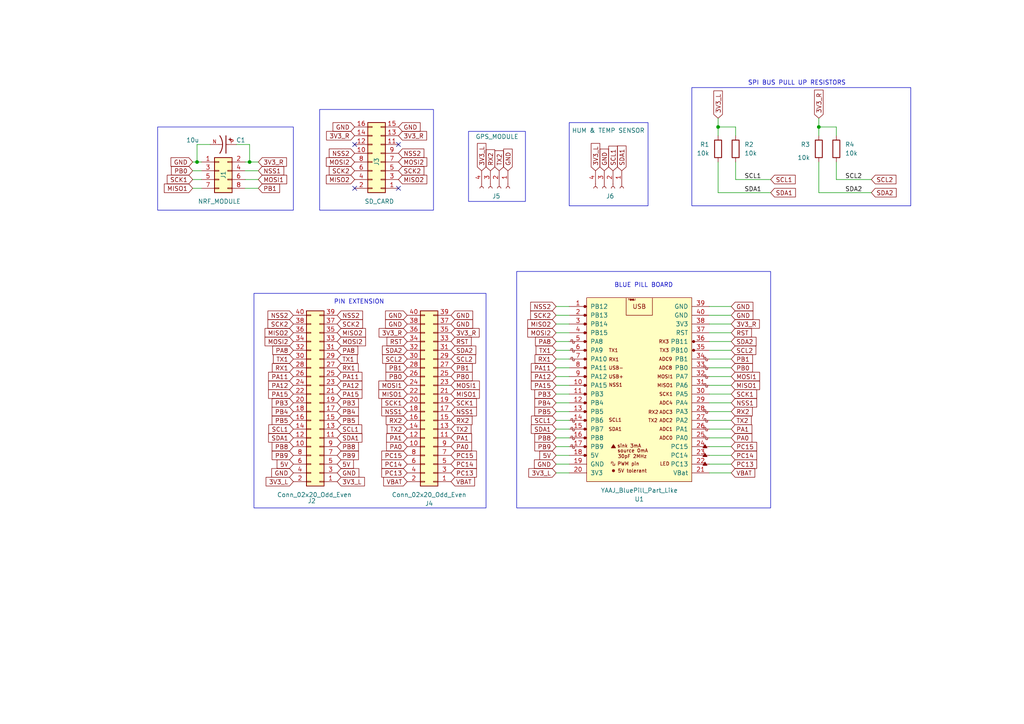
<source format=kicad_sch>
(kicad_sch (version 20231120) (generator "eeschema") (generator_version "8.0")
  (paper "A4")
  (title_block (title "Blue Pill extension board"))
  (lib_symbols
    (symbol "Connector:Conn_01x04_Socket" (pin_names (offset 1.016) hide)
      (property "Reference" "J" (at 0 5.08 0))
      (property "Value" "Conn_01x04_Socket" (at 0 -7.62 0))
      (symbol "Conn_01x04_Socket_1_1"
        (arc (start 0 -4.572) (mid -0.5058 -5.08) (end 0 -5.588) (stroke (width 0.1524)))
        (arc (start 0 -2.032) (mid -0.5058 -2.54) (end 0 -3.048) (stroke (width 0.1524)))
        (polyline (pts (xy -1.27 -5.08) (xy -0.508 -5.08)) (stroke (width 0.1524)))
        (polyline (pts (xy -1.27 -2.54) (xy -0.508 -2.54)) (stroke (width 0.1524)))
        (polyline (pts (xy -1.27 0) (xy -0.508 0)) (stroke (width 0.1524)))
        (polyline (pts (xy -1.27 2.54) (xy -0.508 2.54)) (stroke (width 0.1524)))
        (arc (start 0 0.508) (mid -0.5058 0) (end 0 -0.508) (stroke (width 0.1524)))
        (arc (start 0 3.048) (mid -0.5058 2.54) (end 0 2.032) (stroke (width 0.1524)))
        (pin passive line (at -5.08 2.54 0) (length 3.81) (name "Pin_1") (number "1"))
        (pin passive line (at -5.08 0 0) (length 3.81) (name "Pin_2") (number "2"))
        (pin passive line (at -5.08 -2.54 0) (length 3.81) (name "Pin_3") (number "3"))
        (pin passive line (at -5.08 -5.08 0) (length 3.81) (name "Pin_4") (number "4"))
      )
    )
    (symbol "Connector_Generic:Conn_02x04_Odd_Even" (pin_names (offset 1.016) hide)
      (property "Reference" "J" (at 1.27 5.08 0))
      (property "Value" "Conn_02x04_Odd_Even" (at 1.27 -7.62 0))
      (symbol "Conn_02x04_Odd_Even_1_1"
        (rectangle (start -1.27 -4.953) (end 0 -5.207) (stroke (width 0.1524)))
        (rectangle (start -1.27 -2.413) (end 0 -2.667) (stroke (width 0.1524)))
        (rectangle (start -1.27 0.127) (end 0 -0.127) (stroke (width 0.1524)))
        (rectangle (start -1.27 2.667) (end 0 2.413) (stroke (width 0.1524)))
        (rectangle (start -1.27 3.81) (end 3.81 -6.35) (stroke (width 0.254)) (fill (type background)))
        (rectangle (start 3.81 -4.953) (end 2.54 -5.207) (stroke (width 0.1524)))
        (rectangle (start 3.81 -2.413) (end 2.54 -2.667) (stroke (width 0.1524)))
        (rectangle (start 3.81 0.127) (end 2.54 -0.127) (stroke (width 0.1524)))
        (rectangle (start 3.81 2.667) (end 2.54 2.413) (stroke (width 0.1524)))
        (pin passive line (at -5.08 2.54 0) (length 3.81) (name "Pin_1") (number "1"))
        (pin passive line (at 7.62 2.54 180) (length 3.81) (name "Pin_2") (number "2"))
        (pin passive line (at -5.08 0 0) (length 3.81) (name "Pin_3") (number "3"))
        (pin passive line (at 7.62 0 180) (length 3.81) (name "Pin_4") (number "4"))
        (pin passive line (at -5.08 -2.54 0) (length 3.81) (name "Pin_5") (number "5"))
        (pin passive line (at 7.62 -2.54 180) (length 3.81) (name "Pin_6") (number "6"))
        (pin passive line (at -5.08 -5.08 0) (length 3.81) (name "Pin_7") (number "7"))
        (pin passive line (at 7.62 -5.08 180) (length 3.81) (name "Pin_8") (number "8"))
      )
    )
    (symbol "Connector_Generic:Conn_02x08_Odd_Even" (pin_names (offset 1.016) hide)
      (property "Reference" "J" (at 1.27 10.16 0))
      (property "Value" "Conn_02x08_Odd_Even" (at 1.27 -12.7 0))
      (symbol "Conn_02x08_Odd_Even_1_1"
        (rectangle (start -1.27 -10.033) (end 0 -10.287) (stroke (width 0.1524)))
        (rectangle (start -1.27 -7.493) (end 0 -7.747) (stroke (width 0.1524)))
        (rectangle (start -1.27 -4.953) (end 0 -5.207) (stroke (width 0.1524)))
        (rectangle (start -1.27 -2.413) (end 0 -2.667) (stroke (width 0.1524)))
        (rectangle (start -1.27 0.127) (end 0 -0.127) (stroke (width 0.1524)))
        (rectangle (start -1.27 2.667) (end 0 2.413) (stroke (width 0.1524)))
        (rectangle (start -1.27 5.207) (end 0 4.953) (stroke (width 0.1524)))
        (rectangle (start -1.27 7.747) (end 0 7.493) (stroke (width 0.1524)))
        (rectangle (start -1.27 8.89) (end 3.81 -11.43) (stroke (width 0.254)) (fill (type background)))
        (rectangle (start 3.81 -10.033) (end 2.54 -10.287) (stroke (width 0.1524)))
        (rectangle (start 3.81 -7.493) (end 2.54 -7.747) (stroke (width 0.1524)))
        (rectangle (start 3.81 -4.953) (end 2.54 -5.207) (stroke (width 0.1524)))
        (rectangle (start 3.81 -2.413) (end 2.54 -2.667) (stroke (width 0.1524)))
        (rectangle (start 3.81 0.127) (end 2.54 -0.127) (stroke (width 0.1524)))
        (rectangle (start 3.81 2.667) (end 2.54 2.413) (stroke (width 0.1524)))
        (rectangle (start 3.81 5.207) (end 2.54 4.953) (stroke (width 0.1524)))
        (rectangle (start 3.81 7.747) (end 2.54 7.493) (stroke (width 0.1524)))
        (pin passive line (at -5.08 7.62 0) (length 3.81) (name "Pin_1") (number "1"))
        (pin passive line (at 7.62 -2.54 180) (length 3.81) (name "Pin_10") (number "10"))
        (pin passive line (at -5.08 -5.08 0) (length 3.81) (name "Pin_11") (number "11"))
        (pin passive line (at 7.62 -5.08 180) (length 3.81) (name "Pin_12") (number "12"))
        (pin passive line (at -5.08 -7.62 0) (length 3.81) (name "Pin_13") (number "13"))
        (pin passive line (at 7.62 -7.62 180) (length 3.81) (name "Pin_14") (number "14"))
        (pin passive line (at -5.08 -10.16 0) (length 3.81) (name "Pin_15") (number "15"))
        (pin passive line (at 7.62 -10.16 180) (length 3.81) (name "Pin_16") (number "16"))
        (pin passive line (at 7.62 7.62 180) (length 3.81) (name "Pin_2") (number "2"))
        (pin passive line (at -5.08 5.08 0) (length 3.81) (name "Pin_3") (number "3"))
        (pin passive line (at 7.62 5.08 180) (length 3.81) (name "Pin_4") (number "4"))
        (pin passive line (at -5.08 2.54 0) (length 3.81) (name "Pin_5") (number "5"))
        (pin passive line (at 7.62 2.54 180) (length 3.81) (name "Pin_6") (number "6"))
        (pin passive line (at -5.08 0 0) (length 3.81) (name "Pin_7") (number "7"))
        (pin passive line (at 7.62 0 180) (length 3.81) (name "Pin_8") (number "8"))
        (pin passive line (at -5.08 -2.54 0) (length 3.81) (name "Pin_9") (number "9"))
      )
    )
    (symbol "Connector_Generic:Conn_02x20_Odd_Even" (pin_names (offset 1.016) hide)
      (property "Reference" "J" (at 1.27 25.4 0))
      (property "Value" "Conn_02x20_Odd_Even" (at 1.27 -27.94 0))
      (symbol "Conn_02x20_Odd_Even_1_1"
        (rectangle (start -1.27 -25.273) (end 0 -25.527) (stroke (width 0.1524)))
        (rectangle (start -1.27 -22.733) (end 0 -22.987) (stroke (width 0.1524)))
        (rectangle (start -1.27 -20.193) (end 0 -20.447) (stroke (width 0.1524)))
        (rectangle (start -1.27 -17.653) (end 0 -17.907) (stroke (width 0.1524)))
        (rectangle (start -1.27 -15.113) (end 0 -15.367) (stroke (width 0.1524)))
        (rectangle (start -1.27 -12.573) (end 0 -12.827) (stroke (width 0.1524)))
        (rectangle (start -1.27 -10.033) (end 0 -10.287) (stroke (width 0.1524)))
        (rectangle (start -1.27 -7.493) (end 0 -7.747) (stroke (width 0.1524)))
        (rectangle (start -1.27 -4.953) (end 0 -5.207) (stroke (width 0.1524)))
        (rectangle (start -1.27 -2.413) (end 0 -2.667) (stroke (width 0.1524)))
        (rectangle (start -1.27 0.127) (end 0 -0.127) (stroke (width 0.1524)))
        (rectangle (start -1.27 2.667) (end 0 2.413) (stroke (width 0.1524)))
        (rectangle (start -1.27 5.207) (end 0 4.953) (stroke (width 0.1524)))
        (rectangle (start -1.27 7.747) (end 0 7.493) (stroke (width 0.1524)))
        (rectangle (start -1.27 10.287) (end 0 10.033) (stroke (width 0.1524)))
        (rectangle (start -1.27 12.827) (end 0 12.573) (stroke (width 0.1524)))
        (rectangle (start -1.27 15.367) (end 0 15.113) (stroke (width 0.1524)))
        (rectangle (start -1.27 17.907) (end 0 17.653) (stroke (width 0.1524)))
        (rectangle (start -1.27 20.447) (end 0 20.193) (stroke (width 0.1524)))
        (rectangle (start -1.27 22.987) (end 0 22.733) (stroke (width 0.1524)))
        (rectangle (start -1.27 24.13) (end 3.81 -26.67) (stroke (width 0.254)) (fill (type background)))
        (rectangle (start 3.81 -25.273) (end 2.54 -25.527) (stroke (width 0.1524)))
        (rectangle (start 3.81 -22.733) (end 2.54 -22.987) (stroke (width 0.1524)))
        (rectangle (start 3.81 -20.193) (end 2.54 -20.447) (stroke (width 0.1524)))
        (rectangle (start 3.81 -17.653) (end 2.54 -17.907) (stroke (width 0.1524)))
        (rectangle (start 3.81 -15.113) (end 2.54 -15.367) (stroke (width 0.1524)))
        (rectangle (start 3.81 -12.573) (end 2.54 -12.827) (stroke (width 0.1524)))
        (rectangle (start 3.81 -10.033) (end 2.54 -10.287) (stroke (width 0.1524)))
        (rectangle (start 3.81 -7.493) (end 2.54 -7.747) (stroke (width 0.1524)))
        (rectangle (start 3.81 -4.953) (end 2.54 -5.207) (stroke (width 0.1524)))
        (rectangle (start 3.81 -2.413) (end 2.54 -2.667) (stroke (width 0.1524)))
        (rectangle (start 3.81 0.127) (end 2.54 -0.127) (stroke (width 0.1524)))
        (rectangle (start 3.81 2.667) (end 2.54 2.413) (stroke (width 0.1524)))
        (rectangle (start 3.81 5.207) (end 2.54 4.953) (stroke (width 0.1524)))
        (rectangle (start 3.81 7.747) (end 2.54 7.493) (stroke (width 0.1524)))
        (rectangle (start 3.81 10.287) (end 2.54 10.033) (stroke (width 0.1524)))
        (rectangle (start 3.81 12.827) (end 2.54 12.573) (stroke (width 0.1524)))
        (rectangle (start 3.81 15.367) (end 2.54 15.113) (stroke (width 0.1524)))
        (rectangle (start 3.81 17.907) (end 2.54 17.653) (stroke (width 0.1524)))
        (rectangle (start 3.81 20.447) (end 2.54 20.193) (stroke (width 0.1524)))
        (rectangle (start 3.81 22.987) (end 2.54 22.733) (stroke (width 0.1524)))
        (pin passive line (at -5.08 22.86 0) (length 3.81) (name "Pin_1") (number "1"))
        (pin passive line (at 7.62 12.7 180) (length 3.81) (name "Pin_10") (number "10"))
        (pin passive line (at -5.08 10.16 0) (length 3.81) (name "Pin_11") (number "11"))
        (pin passive line (at 7.62 10.16 180) (length 3.81) (name "Pin_12") (number "12"))
        (pin passive line (at -5.08 7.62 0) (length 3.81) (name "Pin_13") (number "13"))
        (pin passive line (at 7.62 7.62 180) (length 3.81) (name "Pin_14") (number "14"))
        (pin passive line (at -5.08 5.08 0) (length 3.81) (name "Pin_15") (number "15"))
        (pin passive line (at 7.62 5.08 180) (length 3.81) (name "Pin_16") (number "16"))
        (pin passive line (at -5.08 2.54 0) (length 3.81) (name "Pin_17") (number "17"))
        (pin passive line (at 7.62 2.54 180) (length 3.81) (name "Pin_18") (number "18"))
        (pin passive line (at -5.08 0 0) (length 3.81) (name "Pin_19") (number "19"))
        (pin passive line (at 7.62 22.86 180) (length 3.81) (name "Pin_2") (number "2"))
        (pin passive line (at 7.62 0 180) (length 3.81) (name "Pin_20") (number "20"))
        (pin passive line (at -5.08 -2.54 0) (length 3.81) (name "Pin_21") (number "21"))
        (pin passive line (at 7.62 -2.54 180) (length 3.81) (name "Pin_22") (number "22"))
        (pin passive line (at -5.08 -5.08 0) (length 3.81) (name "Pin_23") (number "23"))
        (pin passive line (at 7.62 -5.08 180) (length 3.81) (name "Pin_24") (number "24"))
        (pin passive line (at -5.08 -7.62 0) (length 3.81) (name "Pin_25") (number "25"))
        (pin passive line (at 7.62 -7.62 180) (length 3.81) (name "Pin_26") (number "26"))
        (pin passive line (at -5.08 -10.16 0) (length 3.81) (name "Pin_27") (number "27"))
        (pin passive line (at 7.62 -10.16 180) (length 3.81) (name "Pin_28") (number "28"))
        (pin passive line (at -5.08 -12.7 0) (length 3.81) (name "Pin_29") (number "29"))
        (pin passive line (at -5.08 20.32 0) (length 3.81) (name "Pin_3") (number "3"))
        (pin passive line (at 7.62 -12.7 180) (length 3.81) (name "Pin_30") (number "30"))
        (pin passive line (at -5.08 -15.24 0) (length 3.81) (name "Pin_31") (number "31"))
        (pin passive line (at 7.62 -15.24 180) (length 3.81) (name "Pin_32") (number "32"))
        (pin passive line (at -5.08 -17.78 0) (length 3.81) (name "Pin_33") (number "33"))
        (pin passive line (at 7.62 -17.78 180) (length 3.81) (name "Pin_34") (number "34"))
        (pin passive line (at -5.08 -20.32 0) (length 3.81) (name "Pin_35") (number "35"))
        (pin passive line (at 7.62 -20.32 180) (length 3.81) (name "Pin_36") (number "36"))
        (pin passive line (at -5.08 -22.86 0) (length 3.81) (name "Pin_37") (number "37"))
        (pin passive line (at 7.62 -22.86 180) (length 3.81) (name "Pin_38") (number "38"))
        (pin passive line (at -5.08 -25.4 0) (length 3.81) (name "Pin_39") (number "39"))
        (pin passive line (at 7.62 20.32 180) (length 3.81) (name "Pin_4") (number "4"))
        (pin passive line (at 7.62 -25.4 180) (length 3.81) (name "Pin_40") (number "40"))
        (pin passive line (at -5.08 17.78 0) (length 3.81) (name "Pin_5") (number "5"))
        (pin passive line (at 7.62 17.78 180) (length 3.81) (name "Pin_6") (number "6"))
        (pin passive line (at -5.08 15.24 0) (length 3.81) (name "Pin_7") (number "7"))
        (pin passive line (at 7.62 15.24 180) (length 3.81) (name "Pin_8") (number "8"))
        (pin passive line (at -5.08 12.7 0) (length 3.81) (name "Pin_9") (number "9"))
      )
    )
    (symbol "Device:R" (pin_numbers hide) (pin_names (offset 0))
      (property "Reference" "R" (at 2.032 0 90))
      (property "Value" "R" (at 0 0 90))
      (symbol "R_0_1"
        (rectangle (start -1.016 -2.54) (end 1.016 2.54) (stroke (width 0.254)))
      )
      (symbol "R_1_1"
        (pin passive line (at 0 3.81 270) (length 1.27) (name "~") (number "1"))
        (pin passive line (at 0 -3.81 90) (length 1.27) (name "~") (number "2"))
      )
    )
    (symbol "ECA1CM100I:ECA1CM100I" (pin_names (offset 1.016))
      (property "Reference" "C" (at -2.54 3.81 0))
      (property "Value" "ECA1CM100I" (at -2.54 -5.08 0))
      (symbol "ECA1CM100I_0_0"
        (rectangle (start -1.173 -1.532) (end -0.284 -1.405) (stroke (width 0.1)) (fill (type outline)))
        (rectangle (start -0.792 -1.913) (end -0.665 -1.024) (stroke (width 0.1)) (fill (type outline)))
        (polyline (pts (xy 0 0) (xy 0.508 0)) (stroke (width 0.1524)))
        (polyline (pts (xy 0.508 0) (xy 0.508 -2.54)) (stroke (width 0.254)))
        (polyline (pts (xy 0.508 2.54) (xy 0.508 0)) (stroke (width 0.254)))
        (polyline (pts (xy 2.54 0) (xy 1.524 0)) (stroke (width 0.1524)))
        (arc (start 2.286 2.54) (mid 1.4851 0) (end 2.286 -2.54) (stroke (width 0.254)))
        (pin passive line (at 5.08 0 180) (length 2.54) (name "~") (number "N"))
        (pin passive line (at -2.54 0 0) (length 2.54) (name "~") (number "P"))
      )
    )
    (symbol "YAAJ_BluePill_Part_Like:YAAJ_BluePill_Part_Like" (pin_names (offset 1.016))
      (property "Reference" "U" (at -12.7 25.4 0))
      (property "Value" "YAAJ_BluePill_Part_Like" (at 0 2.54 90))
      (symbol "YAAJ_BluePill_Part_Like_0_0"
        (circle (center -15.748 -20.32) (radius 0.3556) (fill (type outline)))
        (circle (center -15.748 -17.78) (radius 0.3556) (fill (type outline)))
        (circle (center -15.748 -15.24) (radius 0.3556) (fill (type outline)))
        (circle (center -15.748 -12.7) (radius 0.3556) (fill (type outline)))
        (circle (center -15.748 -10.16) (radius 0.3556) (fill (type outline)))
        (circle (center -15.748 -7.62) (radius 0.3556) (fill (type outline)))
        (circle (center -15.748 -5.08) (radius 0.3556) (fill (type outline)))
        (circle (center -15.748 -2.54) (radius 0.3556) (fill (type outline)))
        (circle (center -15.748 0) (radius 0.3556) (fill (type outline)))
        (circle (center -15.748 2.54) (radius 0.3556) (fill (type outline)))
        (circle (center -15.748 5.08) (radius 0.3556) (fill (type outline)))
        (circle (center -15.748 7.62) (radius 0.3556) (fill (type outline)))
        (circle (center -15.748 10.16) (radius 0.3556) (fill (type outline)))
        (circle (center -15.748 12.7) (radius 0.3556) (fill (type outline)))
        (circle (center -15.748 15.24) (radius 0.3556) (fill (type outline)))
        (circle (center -15.748 17.78) (radius 0.3556) (fill (type outline)))
        (circle (center -15.748 22.86) (radius 0.3556) (fill (type outline)))
        (circle (center -7.493 -24.765) (radius 0.127) (fill (type outline)))
        (circle (center -7.493 -24.765) (radius 0.254))
        (circle (center -7.493 -24.765) (radius 0.3556))
        (polyline (pts (xy -8.128 -18.161) (xy -7.493 -17.145) (xy -6.858 -18.161) (xy -8.128 -18.161) (xy -7.493 -17.272) (xy -6.985 -18.161) (xy -8.001 -18.034) (xy -7.493 -17.399) (xy -7.112 -18.161) (xy -7.874 -17.907) (xy -7.366 -17.526) (xy -7.239 -18.161) (xy -7.747 -17.78) (xy -7.239 -17.653) (xy -7.366 -18.034) (xy -7.62 -17.78) (xy -7.366 -17.907) (xy -7.493 -17.653)))
        (polyline (pts (xy 18.415 -23.241) (xy 19.05 -22.225) (xy 19.685 -23.241) (xy 18.415 -23.241) (xy 19.05 -22.352) (xy 19.558 -23.241) (xy 18.542 -23.114) (xy 19.05 -22.479) (xy 19.431 -23.241) (xy 18.669 -22.987) (xy 19.177 -22.606) (xy 19.304 -23.241) (xy 18.796 -22.86) (xy 19.304 -22.733) (xy 19.177 -23.114) (xy 18.923 -22.86) (xy 19.177 -22.987) (xy 19.05 -22.733)))
        (polyline (pts (xy 18.415 -20.701) (xy 19.05 -19.685) (xy 19.685 -20.701) (xy 18.415 -20.701) (xy 19.05 -19.812) (xy 19.558 -20.701) (xy 18.542 -20.574) (xy 19.05 -19.939) (xy 19.431 -20.701) (xy 18.669 -20.447) (xy 19.177 -20.066) (xy 19.304 -20.701) (xy 18.796 -20.32) (xy 19.304 -20.193) (xy 19.177 -20.574) (xy 18.923 -20.32) (xy 19.177 -20.447) (xy 19.05 -20.193)))
        (polyline (pts (xy 18.415 -18.161) (xy 19.05 -17.145) (xy 19.685 -18.161) (xy 18.415 -18.161) (xy 19.05 -17.272) (xy 19.558 -18.161) (xy 18.542 -18.034) (xy 19.05 -17.399) (xy 19.431 -18.161) (xy 18.669 -17.907) (xy 19.177 -17.526) (xy 19.304 -18.161) (xy 18.796 -17.78) (xy 19.304 -17.653) (xy 19.177 -18.034) (xy 18.923 -17.78) (xy 19.177 -17.907) (xy 19.05 -17.653)))
        (circle (center 15.748 10.16) (radius 0.254) (fill (type outline)))
        (circle (center 15.748 10.16) (radius 0.3556))
        (circle (center 15.748 12.7) (radius 0.254) (fill (type outline)))
        (circle (center 15.748 12.7) (radius 0.3556))
        (text "30pF 2MHz" (at -2.032 -20.574 0) (effects (font (size 0.9906 0.9906))))
        (text "5V tolerant" (at -2.032 -24.765 0) (effects (font (size 0.9906 0.9906))))
        (text "ADC0" (at 7.747 -15.24 0) (effects (font (size 0.9906 0.9906))))
        (text "ADC1" (at 7.747 -12.7 0) (effects (font (size 0.9906 0.9906))))
        (text "ADC2" (at 7.747 -10.16 0) (effects (font (size 0.9906 0.9906))))
        (text "ADC3" (at 7.747 -7.747 0) (effects (font (size 0.9906 0.9906))))
        (text "ADC4" (at 7.747 -5.08 0) (effects (font (size 0.9906 0.9906))))
        (text "ADC8" (at 7.62 5.08 0) (effects (font (size 0.9906 0.9906))))
        (text "ADC9" (at 7.62 7.62 0) (effects (font (size 0.9906 0.9906))))
        (text "LED" (at 7.366 -22.733 0) (effects (font (size 0.9906 0.9906))))
        (text "MISO1" (at 7.493 0 0) (effects (font (size 0.9906 0.9906))))
        (text "MOSI1" (at 7.493 2.54 0) (effects (font (size 0.9906 0.9906))))
        (text "NSS1" (at -6.858 0.127 0) (effects (font (size 0.9906 0.9906))))
        (text "PWM pin" (at -3.175 -22.733 0) (effects (font (size 0.9906 0.9906))))
        (text "RX1" (at -7.366 7.493 0) (effects (font (size 0.9906 0.9906))))
        (text "RX2" (at 4.064 -7.747 0) (effects (font (size 0.9906 0.9906))))
        (text "RX3" (at 7.112 12.7 0) (effects (font (size 0.9906 0.9906))))
        (text "SCK1" (at 7.747 -2.54 0) (effects (font (size 0.9906 0.9906))))
        (text "SCL1" (at -6.985 -10.033 0) (effects (font (size 0.9906 0.9906))))
        (text "SDA1" (at -6.985 -12.7 0) (effects (font (size 0.9906 0.9906))))
        (text "sink 3mA" (at -2.921 -17.526 0) (effects (font (size 0.9906 0.9906))))
        (text "source 0mA" (at -1.905 -18.923 0) (effects (font (size 0.9906 0.9906))))
        (text "TX1" (at -7.493 10.16 0) (effects (font (size 0.9906 0.9906))))
        (text "TX2" (at 3.937 -10.16 0) (effects (font (size 0.9906 0.9906))))
        (text "TX3" (at 7.239 10.16 0) (effects (font (size 0.9906 0.9906))))
        (text "USB" (at 0 22.86 0) (effects (font (size 1.27 1.27))))
        (text "USB+" (at -6.731 2.54 0) (effects (font (size 0.9906 0.9906))))
        (text "USB-" (at -6.731 5.08 0) (effects (font (size 0.9906 0.9906))))
        (text "Y@@J" (at -2.159 24.892 0) (effects (font (size 0.508 0.508))))
      )
      (symbol "YAAJ_BluePill_Part_Like_0_1"
        (rectangle (start -15.24 25.4) (end 15.24 -27.94) (fill (type background)))
        (polyline (pts (xy -18.796 -17.78) (xy -18.796 -18.288) (xy -19.304 -18.288) (xy -19.304 -17.272) (xy -19.812 -17.272) (xy -19.812 -17.78)))
        (polyline (pts (xy -18.796 -15.24) (xy -18.796 -15.748) (xy -19.304 -15.748) (xy -19.304 -14.732) (xy -19.812 -14.732) (xy -19.812 -15.24)))
        (polyline (pts (xy -18.796 -12.7) (xy -18.796 -13.208) (xy -19.304 -13.208) (xy -19.304 -12.192) (xy -19.812 -12.192) (xy -19.812 -12.7)))
        (polyline (pts (xy -18.796 -10.16) (xy -18.796 -10.668) (xy -19.304 -10.668) (xy -19.304 -9.652) (xy -19.812 -9.652) (xy -19.812 -10.16)))
        (polyline (pts (xy -18.796 7.62) (xy -18.796 7.112) (xy -19.304 7.112) (xy -19.304 8.128) (xy -19.812 8.128) (xy -19.812 7.62)))
        (polyline (pts (xy -18.796 10.16) (xy -18.796 9.652) (xy -19.304 9.652) (xy -19.304 10.668) (xy -19.812 10.668) (xy -19.812 10.16)))
        (polyline (pts (xy -18.796 12.7) (xy -18.796 12.192) (xy -19.304 12.192) (xy -19.304 13.208) (xy -19.812 13.208) (xy -19.812 12.7)))
        (polyline (pts (xy -7.112 -22.733) (xy -7.112 -23.241) (xy -7.62 -23.241) (xy -7.62 -22.225) (xy -8.128 -22.225) (xy -8.128 -22.733)))
        (polyline (pts (xy 19.812 -15.24) (xy 19.812 -15.748) (xy 19.304 -15.748) (xy 19.304 -14.732) (xy 18.796 -14.732) (xy 18.796 -15.24)))
        (polyline (pts (xy 19.812 -12.7) (xy 19.812 -13.208) (xy 19.304 -13.208) (xy 19.304 -12.192) (xy 18.796 -12.192) (xy 18.796 -12.7)))
        (polyline (pts (xy 19.812 -10.16) (xy 19.812 -10.668) (xy 19.304 -10.668) (xy 19.304 -9.652) (xy 18.796 -9.652) (xy 18.796 -10.16)))
        (polyline (pts (xy 19.812 -7.62) (xy 19.812 -8.128) (xy 19.304 -8.128) (xy 19.304 -7.112) (xy 18.796 -7.112) (xy 18.796 -7.62)))
        (polyline (pts (xy 19.812 0) (xy 19.812 -0.508) (xy 19.304 -0.508) (xy 19.304 0.508) (xy 18.796 0.508) (xy 18.796 0)))
        (polyline (pts (xy 19.812 2.54) (xy 19.812 2.032) (xy 19.304 2.032) (xy 19.304 3.048) (xy 18.796 3.048) (xy 18.796 2.54)))
        (polyline (pts (xy 19.812 5.08) (xy 19.812 4.572) (xy 19.304 4.572) (xy 19.304 5.588) (xy 18.796 5.588) (xy 18.796 5.08)))
        (polyline (pts (xy 19.812 7.62) (xy 19.812 7.112) (xy 19.304 7.112) (xy 19.304 8.128) (xy 18.796 8.128) (xy 18.796 7.62)))
        (rectangle (start 3.81 25.4) (end -3.81 20.32))
      )
      (symbol "YAAJ_BluePill_Part_Like_1_1"
        (circle (center -15.748 20.32) (radius 0.3556) (fill (type outline)))
        (pin bidirectional line (at -20.32 22.86 0) (length 5.08) (name "PB12") (number "1"))
        (pin bidirectional line (at -20.32 0 0) (length 5.08) (name "PA15") (number "10"))
        (pin bidirectional line (at -20.32 -2.54 0) (length 5.08) (name "PB3") (number "11"))
        (pin bidirectional line (at -20.32 -5.08 0) (length 5.08) (name "PB4") (number "12"))
        (pin bidirectional line (at -20.32 -7.62 0) (length 5.08) (name "PB5") (number "13"))
        (pin bidirectional line (at -20.32 -10.16 0) (length 5.08) (name "PB6") (number "14"))
        (pin bidirectional line (at -20.32 -12.7 0) (length 5.08) (name "PB7") (number "15"))
        (pin bidirectional line (at -20.32 -15.24 0) (length 5.08) (name "PB8") (number "16"))
        (pin bidirectional line (at -20.32 -17.78 0) (length 5.08) (name "PB9") (number "17"))
        (pin power_in line (at -20.32 -20.32 0) (length 5.08) (name "5V") (number "18"))
        (pin power_in line (at -20.32 -22.86 0) (length 5.08) (name "GND") (number "19"))
        (pin bidirectional line (at -20.32 20.32 0) (length 5.08) (name "PB13") (number "2"))
        (pin power_in line (at -20.32 -25.4 0) (length 5.08) (name "3V3") (number "20"))
        (pin power_in line (at 20.32 -25.4 180) (length 5.08) (name "VBat") (number "21"))
        (pin bidirectional line (at 20.32 -22.86 180) (length 5.08) (name "PC13") (number "22"))
        (pin bidirectional line (at 20.32 -20.32 180) (length 5.08) (name "PC14") (number "23"))
        (pin bidirectional line (at 20.32 -17.78 180) (length 5.08) (name "PC15") (number "24"))
        (pin bidirectional line (at 20.32 -15.24 180) (length 5.08) (name "PA0") (number "25"))
        (pin bidirectional line (at 20.32 -12.7 180) (length 5.08) (name "PA1") (number "26"))
        (pin bidirectional line (at 20.32 -10.16 180) (length 5.08) (name "PA2") (number "27"))
        (pin bidirectional line (at 20.32 -7.62 180) (length 5.08) (name "PA3") (number "28"))
        (pin bidirectional line (at 20.32 -5.08 180) (length 5.08) (name "PA4") (number "29"))
        (pin bidirectional line (at -20.32 17.78 0) (length 5.08) (name "PB14") (number "3"))
        (pin bidirectional line (at 20.32 -2.54 180) (length 5.08) (name "PA5") (number "30"))
        (pin bidirectional line (at 20.32 0 180) (length 5.08) (name "PA6") (number "31"))
        (pin bidirectional line (at 20.32 2.54 180) (length 5.08) (name "PA7") (number "32"))
        (pin bidirectional line (at 20.32 5.08 180) (length 5.08) (name "PB0") (number "33"))
        (pin bidirectional line (at 20.32 7.62 180) (length 5.08) (name "PB1") (number "34"))
        (pin bidirectional line (at 20.32 10.16 180) (length 5.08) (name "PB10") (number "35"))
        (pin bidirectional line (at 20.32 12.7 180) (length 5.08) (name "PB11") (number "36"))
        (pin input line (at 20.32 15.24 180) (length 5.08) (name "RST") (number "37"))
        (pin power_in line (at 20.32 17.78 180) (length 5.08) (name "3V3") (number "38"))
        (pin power_in line (at 20.32 22.86 180) (length 5.08) (name "GND") (number "39"))
        (pin bidirectional line (at -20.32 15.24 0) (length 5.08) (name "PB15") (number "4"))
        (pin power_in line (at 20.32 20.32 180) (length 5.08) (name "GND") (number "40"))
        (pin bidirectional line (at -20.32 12.7 0) (length 5.08) (name "PA8") (number "5"))
        (pin bidirectional line (at -20.32 10.16 0) (length 5.08) (name "PA9") (number "6"))
        (pin bidirectional line (at -20.32 7.62 0) (length 5.08) (name "PA10") (number "7"))
        (pin bidirectional line (at -20.32 5.08 0) (length 5.08) (name "PA11") (number "8"))
        (pin bidirectional line (at -20.32 2.54 0) (length 5.08) (name "PA12") (number "9"))
      )
    )
  )
  (junction (at 57.15 46.99))
  (junction (at 208.28 36.83))
  (junction (at 72.39 46.99))
  (junction (at 237.49 36.83))
  (no_connect (at 115.57 41.91))
  (no_connect (at 115.57 54.61))
  (no_connect (at 102.87 54.61))
  (no_connect (at 102.87 41.91))
  (wire (pts (xy 161.29 101.6) (xy 165.1 101.6)))
  (wire (pts (xy 161.29 116.84) (xy 165.1 116.84)))
  (wire (pts (xy 161.29 114.3) (xy 165.1 114.3)))
  (wire (pts (xy 74.93 46.99) (xy 72.39 46.99)))
  (wire (pts (xy 212.09 104.14) (xy 205.74 104.14)))
  (wire (pts (xy 208.28 36.83) (xy 208.28 39.37)))
  (wire (pts (xy 161.29 88.9) (xy 165.1 88.9)))
  (wire (pts (xy 208.28 36.83) (xy 213.36 36.83)))
  (wire (pts (xy 212.09 93.98) (xy 205.74 93.98)))
  (wire (pts (xy 242.57 46.99) (xy 242.57 52.07)))
  (wire (pts (xy 212.09 121.92) (xy 205.74 121.92)))
  (wire (pts (xy 74.93 54.61) (xy 71.12 54.61)))
  (wire (pts (xy 161.29 111.76) (xy 165.1 111.76)))
  (wire (pts (xy 212.09 101.6) (xy 205.74 101.6)))
  (wire (pts (xy 68.58 41.91) (xy 72.39 41.91)))
  (wire (pts (xy 213.36 52.07) (xy 223.52 52.07)))
  (wire (pts (xy 242.57 36.83) (xy 242.57 39.37)))
  (wire (pts (xy 237.49 55.88) (xy 252.73 55.88)))
  (wire (pts (xy 212.09 119.38) (xy 205.74 119.38)))
  (wire (pts (xy 57.15 41.91) (xy 57.15 46.99)))
  (wire (pts (xy 212.09 132.08) (xy 205.74 132.08)))
  (wire (pts (xy 212.09 111.76) (xy 205.74 111.76)))
  (wire (pts (xy 161.29 119.38) (xy 165.1 119.38)))
  (wire (pts (xy 161.29 104.14) (xy 165.1 104.14)))
  (wire (pts (xy 55.88 52.07) (xy 58.42 52.07)))
  (wire (pts (xy 161.29 121.92) (xy 165.1 121.92)))
  (wire (pts (xy 55.88 49.53) (xy 58.42 49.53)))
  (wire (pts (xy 208.28 55.88) (xy 223.52 55.88)))
  (wire (pts (xy 237.49 34.29) (xy 237.49 36.83)))
  (wire (pts (xy 72.39 41.91) (xy 72.39 46.99)))
  (wire (pts (xy 212.09 116.84) (xy 205.74 116.84)))
  (wire (pts (xy 161.29 129.54) (xy 165.1 129.54)))
  (wire (pts (xy 208.28 46.99) (xy 208.28 55.88)))
  (wire (pts (xy 74.93 49.53) (xy 71.12 49.53)))
  (wire (pts (xy 212.09 129.54) (xy 205.74 129.54)))
  (wire (pts (xy 212.09 96.52) (xy 205.74 96.52)))
  (wire (pts (xy 57.15 46.99) (xy 58.42 46.99)))
  (wire (pts (xy 161.29 93.98) (xy 165.1 93.98)))
  (wire (pts (xy 161.29 106.68) (xy 165.1 106.68)))
  (wire (pts (xy 161.29 132.08) (xy 165.1 132.08)))
  (wire (pts (xy 55.88 54.61) (xy 58.42 54.61)))
  (wire (pts (xy 161.29 127) (xy 165.1 127)))
  (wire (pts (xy 161.29 109.22) (xy 165.1 109.22)))
  (wire (pts (xy 242.57 52.07) (xy 252.73 52.07)))
  (wire (pts (xy 212.09 106.68) (xy 205.74 106.68)))
  (wire (pts (xy 55.88 46.99) (xy 57.15 46.99)))
  (wire (pts (xy 208.28 34.29) (xy 208.28 36.83)))
  (wire (pts (xy 74.93 52.07) (xy 71.12 52.07)))
  (wire (pts (xy 212.09 134.62) (xy 205.74 134.62)))
  (wire (pts (xy 212.09 88.9) (xy 205.74 88.9)))
  (wire (pts (xy 212.09 109.22) (xy 205.74 109.22)))
  (wire (pts (xy 161.29 124.46) (xy 165.1 124.46)))
  (wire (pts (xy 212.09 127) (xy 205.74 127)))
  (wire (pts (xy 213.36 36.83) (xy 213.36 39.37)))
  (wire (pts (xy 212.09 114.3) (xy 205.74 114.3)))
  (wire (pts (xy 212.09 91.44) (xy 205.74 91.44)))
  (wire (pts (xy 72.39 46.99) (xy 71.12 46.99)))
  (wire (pts (xy 161.29 96.52) (xy 165.1 96.52)))
  (wire (pts (xy 165.1 134.62) (xy 161.29 134.62)))
  (wire (pts (xy 237.49 36.83) (xy 242.57 36.83)))
  (wire (pts (xy 213.36 46.99) (xy 213.36 52.07)))
  (wire (pts (xy 60.96 41.91) (xy 57.15 41.91)))
  (wire (pts (xy 212.09 124.46) (xy 205.74 124.46)))
  (wire (pts (xy 161.29 91.44) (xy 165.1 91.44)))
  (wire (pts (xy 212.09 99.06) (xy 205.74 99.06)))
  (wire (pts (xy 212.09 137.16) (xy 205.74 137.16)))
  (wire (pts (xy 237.49 46.99) (xy 237.49 55.88)))
  (wire (pts (xy 165.1 137.16) (xy 161.29 137.16)))
  (wire (pts (xy 161.29 99.06) (xy 165.1 99.06)))
  (wire (pts (xy 237.49 36.83) (xy 237.49 39.37)))
  (rectangle (start 200.66 25.4) (end 264.16 59.69))
  (rectangle (start 45.72 36.83) (end 85.09 60.96))
  (rectangle (start 165.1 35.56) (end 187.96 59.69))
  (rectangle (start 149.86 78.74) (end 223.52 147.32))
  (rectangle (start 73.66 85.09) (end 140.97 147.32))
  (rectangle (start 92.71 31.75) (end 125.73 60.96))
  (rectangle (start 135.89 38.1) (end 152.4 58.42))
  (text "BLUE PILL BOARD\n\n" (at 186.69 83.82 0) (effects (font (size 1.27 1.27))))
  (text "SPI BUS PULL UP RESISTORS\n" (at 231.14 24.13 0) (effects (font (size 1.27 1.27))))
  (text "PIN EXTENSION" (at 104.14 87.63 0) (effects (font (size 1.27 1.27))))
  (label "SDA2" (at 245.11 55.88 0))
  (label "SDA1" (at 215.9 55.88 0))
  (label "SCL2" (at 245.11 52.07 0))
  (label "SCL1" (at 215.9 52.07 0))
  (global_label "MISO1" (shape input) (at 212.09 111.76 0) (property "Intersheetrefs" "${INTERSHEET_REFS}" (effects (hide yes))))
  (global_label "SDA1" (shape input) (at 223.52 55.88 0) (property "Intersheetrefs" "${INTERSHEET_REFS}" (effects (hide yes))))
  (global_label "3V3_L" (shape input) (at 208.28 34.29 90) (property "Intersheetrefs" "${INTERSHEET_REFS}" (effects (hide yes))))
  (global_label "PB9" (shape input) (at 97.79 132.08 0) (property "Intersheetrefs" "${INTERSHEET_REFS}" (effects (hide yes))))
  (global_label "PA0" (shape input) (at 118.11 129.54 180) (property "Intersheetrefs" "${INTERSHEET_REFS}" (effects (hide yes))))
  (global_label "GND" (shape input) (at 175.26 49.53 90) (property "Intersheetrefs" "${INTERSHEET_REFS}" (effects (hide yes))))
  (global_label "MOSI1" (shape input) (at 130.81 111.76 0) (property "Intersheetrefs" "${INTERSHEET_REFS}" (effects (hide yes))))
  (global_label "3V3_R" (shape input) (at 237.49 34.29 90) (property "Intersheetrefs" "${INTERSHEET_REFS}" (effects (hide yes))))
  (global_label "PB0" (shape input) (at 118.11 109.22 180) (property "Intersheetrefs" "${INTERSHEET_REFS}" (effects (hide yes))))
  (global_label "SCL1" (shape input) (at 177.8 49.53 90) (property "Intersheetrefs" "${INTERSHEET_REFS}" (effects (hide yes))))
  (global_label "SDA1" (shape input) (at 161.29 124.46 180) (property "Intersheetrefs" "${INTERSHEET_REFS}" (effects (hide yes))))
  (global_label "MISO2" (shape input) (at 161.29 93.98 180) (property "Intersheetrefs" "${INTERSHEET_REFS}" (effects (hide yes))))
  (global_label "SCK1" (shape input) (at 55.88 52.07 180) (property "Intersheetrefs" "${INTERSHEET_REFS}" (effects (hide yes))))
  (global_label "PB1" (shape input) (at 130.81 106.68 0) (property "Intersheetrefs" "${INTERSHEET_REFS}" (effects (hide yes))))
  (global_label "PB5" (shape input) (at 85.09 121.92 180) (property "Intersheetrefs" "${INTERSHEET_REFS}" (effects (hide yes))))
  (global_label "PA0" (shape input) (at 130.81 129.54 0) (property "Intersheetrefs" "${INTERSHEET_REFS}" (effects (hide yes))))
  (global_label "TX2" (shape input) (at 212.09 121.92 0) (property "Intersheetrefs" "${INTERSHEET_REFS}" (effects (hide yes))))
  (global_label "SCL1" (shape input) (at 97.79 124.46 0) (property "Intersheetrefs" "${INTERSHEET_REFS}" (effects (hide yes))))
  (global_label "PC13" (shape input) (at 118.11 137.16 180) (property "Intersheetrefs" "${INTERSHEET_REFS}" (effects (hide yes))))
  (global_label "NSS1" (shape input) (at 212.09 116.84 0) (property "Intersheetrefs" "${INTERSHEET_REFS}" (effects (hide yes))))
  (global_label "PB1" (shape input) (at 74.93 54.61 0) (property "Intersheetrefs" "${INTERSHEET_REFS}" (effects (hide yes))))
  (global_label "VBAT" (shape input) (at 212.09 137.16 0) (property "Intersheetrefs" "${INTERSHEET_REFS}" (effects (hide yes))))
  (global_label "NSS2" (shape input) (at 85.09 91.44 180) (property "Intersheetrefs" "${INTERSHEET_REFS}" (effects (hide yes))))
  (global_label "PA8" (shape input) (at 97.79 101.6 0) (property "Intersheetrefs" "${INTERSHEET_REFS}" (effects (hide yes))))
  (global_label "TX1" (shape input) (at 161.29 101.6 180) (property "Intersheetrefs" "${INTERSHEET_REFS}" (effects (hide yes))))
  (global_label "PC15" (shape input) (at 212.09 129.54 0) (property "Intersheetrefs" "${INTERSHEET_REFS}" (effects (hide yes))))
  (global_label "GND" (shape input) (at 147.32 49.53 90) (property "Intersheetrefs" "${INTERSHEET_REFS}" (effects (hide yes))))
  (global_label "PB9" (shape input) (at 85.09 132.08 180) (property "Intersheetrefs" "${INTERSHEET_REFS}" (effects (hide yes))))
  (global_label "SCK2" (shape input) (at 97.79 93.98 0) (property "Intersheetrefs" "${INTERSHEET_REFS}" (effects (hide yes))))
  (global_label "NSS2" (shape input) (at 115.57 44.45 0) (property "Intersheetrefs" "${INTERSHEET_REFS}" (effects (hide yes))))
  (global_label "RX2" (shape input) (at 130.81 121.92 0) (property "Intersheetrefs" "${INTERSHEET_REFS}" (effects (hide yes))))
  (global_label "MISO2" (shape input) (at 102.87 52.07 180) (property "Intersheetrefs" "${INTERSHEET_REFS}" (effects (hide yes))))
  (global_label "PA1" (shape input) (at 130.81 127 0) (property "Intersheetrefs" "${INTERSHEET_REFS}" (effects (hide yes))))
  (global_label "PB9" (shape input) (at 161.29 129.54 180) (property "Intersheetrefs" "${INTERSHEET_REFS}" (effects (hide yes))))
  (global_label "RST" (shape input) (at 130.81 99.06 0) (property "Intersheetrefs" "${INTERSHEET_REFS}" (effects (hide yes))))
  (global_label "RX2" (shape input) (at 212.09 119.38 0) (property "Intersheetrefs" "${INTERSHEET_REFS}" (effects (hide yes))))
  (global_label "SDA1" (shape input) (at 180.34 49.53 90) (property "Intersheetrefs" "${INTERSHEET_REFS}" (effects (hide yes))))
  (global_label "SCK1" (shape input) (at 212.09 114.3 0) (property "Intersheetrefs" "${INTERSHEET_REFS}" (effects (hide yes))))
  (global_label "SCK2" (shape input) (at 115.57 49.53 0) (property "Intersheetrefs" "${INTERSHEET_REFS}" (effects (hide yes))))
  (global_label "3V3_R" (shape input) (at 118.11 96.52 180) (property "Intersheetrefs" "${INTERSHEET_REFS}" (effects (hide yes))))
  (global_label "PB8" (shape input) (at 161.29 127 180) (property "Intersheetrefs" "${INTERSHEET_REFS}" (effects (hide yes))))
  (global_label "GND" (shape input) (at 212.09 91.44 0) (property "Intersheetrefs" "${INTERSHEET_REFS}" (effects (hide yes))))
  (global_label "SCK2" (shape input) (at 85.09 93.98 180) (property "Intersheetrefs" "${INTERSHEET_REFS}" (effects (hide yes))))
  (global_label "SDA2" (shape input) (at 252.73 55.88 0) (property "Intersheetrefs" "${INTERSHEET_REFS}" (effects (hide yes))))
  (global_label "MISO1" (shape input) (at 130.81 114.3 0) (property "Intersheetrefs" "${INTERSHEET_REFS}" (effects (hide yes))))
  (global_label "PB4" (shape input) (at 97.79 119.38 0) (property "Intersheetrefs" "${INTERSHEET_REFS}" (effects (hide yes))))
  (global_label "RX1" (shape input) (at 161.29 104.14 180) (property "Intersheetrefs" "${INTERSHEET_REFS}" (effects (hide yes))))
  (global_label "MOSI2" (shape input) (at 97.79 99.06 0) (property "Intersheetrefs" "${INTERSHEET_REFS}" (effects (hide yes))))
  (global_label "3V3_L" (shape input) (at 85.09 139.7 180) (property "Intersheetrefs" "${INTERSHEET_REFS}" (effects (hide yes))))
  (global_label "PA12" (shape input) (at 97.79 111.76 0) (property "Intersheetrefs" "${INTERSHEET_REFS}" (effects (hide yes))))
  (global_label "TX2" (shape input) (at 130.81 124.46 0) (property "Intersheetrefs" "${INTERSHEET_REFS}" (effects (hide yes))))
  (global_label "GND" (shape input) (at 97.79 137.16 0) (property "Intersheetrefs" "${INTERSHEET_REFS}" (effects (hide yes))))
  (global_label "PB1" (shape input) (at 118.11 106.68 180) (property "Intersheetrefs" "${INTERSHEET_REFS}" (effects (hide yes))))
  (global_label "SDA2" (shape input) (at 118.11 101.6 180) (property "Intersheetrefs" "${INTERSHEET_REFS}" (effects (hide yes))))
  (global_label "PB8" (shape input) (at 97.79 129.54 0) (property "Intersheetrefs" "${INTERSHEET_REFS}" (effects (hide yes))))
  (global_label "PA8" (shape input) (at 161.29 99.06 180) (property "Intersheetrefs" "${INTERSHEET_REFS}" (effects (hide yes))))
  (global_label "SCK2" (shape input) (at 102.87 49.53 180) (property "Intersheetrefs" "${INTERSHEET_REFS}" (effects (hide yes))))
  (global_label "PA11" (shape input) (at 85.09 109.22 180) (property "Intersheetrefs" "${INTERSHEET_REFS}" (effects (hide yes))))
  (global_label "GND" (shape input) (at 118.11 91.44 180) (property "Intersheetrefs" "${INTERSHEET_REFS}" (effects (hide yes))))
  (global_label "PA8" (shape input) (at 85.09 101.6 180) (property "Intersheetrefs" "${INTERSHEET_REFS}" (effects (hide yes))))
  (global_label "3V3_L" (shape input) (at 172.72 49.53 90) (property "Intersheetrefs" "${INTERSHEET_REFS}" (effects (hide yes))))
  (global_label "PA15" (shape input) (at 85.09 114.3 180) (property "Intersheetrefs" "${INTERSHEET_REFS}" (effects (hide yes))))
  (global_label "MISO1" (shape input) (at 55.88 54.61 180) (property "Intersheetrefs" "${INTERSHEET_REFS}" (effects (hide yes))))
  (global_label "MISO1" (shape input) (at 118.11 114.3 180) (property "Intersheetrefs" "${INTERSHEET_REFS}" (effects (hide yes))))
  (global_label "PB5" (shape input) (at 161.29 119.38 180) (property "Intersheetrefs" "${INTERSHEET_REFS}" (effects (hide yes))))
  (global_label "PC14" (shape input) (at 212.09 132.08 0) (property "Intersheetrefs" "${INTERSHEET_REFS}" (effects (hide yes))))
  (global_label "GND" (shape input) (at 130.81 93.98 0) (property "Intersheetrefs" "${INTERSHEET_REFS}" (effects (hide yes))))
  (global_label "MOSI2" (shape input) (at 85.09 99.06 180) (property "Intersheetrefs" "${INTERSHEET_REFS}" (effects (hide yes))))
  (global_label "3V3_R" (shape input) (at 115.57 39.37 0) (property "Intersheetrefs" "${INTERSHEET_REFS}" (effects (hide yes))))
  (global_label "SDA1" (shape input) (at 97.79 127 0) (property "Intersheetrefs" "${INTERSHEET_REFS}" (effects (hide yes))))
  (global_label "VBAT" (shape input) (at 118.11 139.7 180) (property "Intersheetrefs" "${INTERSHEET_REFS}" (effects (hide yes))))
  (global_label "MISO2" (shape input) (at 85.09 96.52 180) (property "Intersheetrefs" "${INTERSHEET_REFS}" (effects (hide yes))))
  (global_label "SDA1" (shape input) (at 85.09 127 180) (property "Intersheetrefs" "${INTERSHEET_REFS}" (effects (hide yes))))
  (global_label "PC15" (shape input) (at 130.81 132.08 0) (property "Intersheetrefs" "${INTERSHEET_REFS}" (effects (hide yes))))
  (global_label "SCL1" (shape input) (at 161.29 121.92 180) (property "Intersheetrefs" "${INTERSHEET_REFS}" (effects (hide yes))))
  (global_label "NSS1" (shape input) (at 130.81 119.38 0) (property "Intersheetrefs" "${INTERSHEET_REFS}" (effects (hide yes))))
  (global_label "RX1" (shape input) (at 97.79 106.68 0) (property "Intersheetrefs" "${INTERSHEET_REFS}" (effects (hide yes))))
  (global_label "3V3_R" (shape input) (at 102.87 39.37 180) (property "Intersheetrefs" "${INTERSHEET_REFS}" (effects (hide yes))))
  (global_label "SCK2" (shape input) (at 161.29 91.44 180) (property "Intersheetrefs" "${INTERSHEET_REFS}" (effects (hide yes))))
  (global_label "MOSI1" (shape input) (at 74.93 52.07 0) (property "Intersheetrefs" "${INTERSHEET_REFS}" (effects (hide yes))))
  (global_label "MOSI2" (shape input) (at 115.57 46.99 0) (property "Intersheetrefs" "${INTERSHEET_REFS}" (effects (hide yes))))
  (global_label "SCL1" (shape input) (at 85.09 124.46 180) (property "Intersheetrefs" "${INTERSHEET_REFS}" (effects (hide yes))))
  (global_label "PC15" (shape input) (at 118.11 132.08 180) (property "Intersheetrefs" "${INTERSHEET_REFS}" (effects (hide yes))))
  (global_label "PA1" (shape input) (at 118.11 127 180) (property "Intersheetrefs" "${INTERSHEET_REFS}" (effects (hide yes))))
  (global_label "VBAT" (shape input) (at 130.81 139.7 0) (property "Intersheetrefs" "${INTERSHEET_REFS}" (effects (hide yes))))
  (global_label "PB0" (shape input) (at 130.81 109.22 0) (property "Intersheetrefs" "${INTERSHEET_REFS}" (effects (hide yes))))
  (global_label "SDA2" (shape input) (at 212.09 99.06 0) (property "Intersheetrefs" "${INTERSHEET_REFS}" (effects (hide yes))))
  (global_label "SCK1" (shape input) (at 118.11 116.84 180) (property "Intersheetrefs" "${INTERSHEET_REFS}" (effects (hide yes))))
  (global_label "NSS1" (shape input) (at 118.11 119.38 180) (property "Intersheetrefs" "${INTERSHEET_REFS}" (effects (hide yes))))
  (global_label "PC14" (shape input) (at 118.11 134.62 180) (property "Intersheetrefs" "${INTERSHEET_REFS}" (effects (hide yes))))
  (global_label "SDA2" (shape input) (at 130.81 101.6 0) (property "Intersheetrefs" "${INTERSHEET_REFS}" (effects (hide yes))))
  (global_label "GND" (shape input) (at 130.81 91.44 0) (property "Intersheetrefs" "${INTERSHEET_REFS}" (effects (hide yes))))
  (global_label "NSS2" (shape input) (at 161.29 88.9 180) (property "Intersheetrefs" "${INTERSHEET_REFS}" (effects (hide yes))))
  (global_label "MOSI1" (shape input) (at 212.09 109.22 0) (property "Intersheetrefs" "${INTERSHEET_REFS}" (effects (hide yes))))
  (global_label "PB1" (shape input) (at 212.09 104.14 0) (property "Intersheetrefs" "${INTERSHEET_REFS}" (effects (hide yes))))
  (global_label "MOSI1" (shape input) (at 118.11 111.76 180) (property "Intersheetrefs" "${INTERSHEET_REFS}" (effects (hide yes))))
  (global_label "5V" (shape input) (at 85.09 134.62 180) (property "Intersheetrefs" "${INTERSHEET_REFS}" (effects (hide yes))))
  (global_label "SCL2" (shape input) (at 118.11 104.14 180) (property "Intersheetrefs" "${INTERSHEET_REFS}" (effects (hide yes))))
  (global_label "SCL2" (shape input) (at 252.73 52.07 0) (property "Intersheetrefs" "${INTERSHEET_REFS}" (effects (hide yes))))
  (global_label "3V3_L" (shape input) (at 161.29 137.16 180) (property "Intersheetrefs" "${INTERSHEET_REFS}" (effects (hide yes))))
  (global_label "SCK1" (shape input) (at 130.81 116.84 0) (property "Intersheetrefs" "${INTERSHEET_REFS}" (effects (hide yes))))
  (global_label "3V3_L" (shape input) (at 97.79 139.7 0) (property "Intersheetrefs" "${INTERSHEET_REFS}" (effects (hide yes))))
  (global_label "PB5" (shape input) (at 97.79 121.92 0) (property "Intersheetrefs" "${INTERSHEET_REFS}" (effects (hide yes))))
  (global_label "GND" (shape input) (at 115.57 36.83 0) (property "Intersheetrefs" "${INTERSHEET_REFS}" (effects (hide yes))))
  (global_label "PB0" (shape input) (at 212.09 106.68 0) (property "Intersheetrefs" "${INTERSHEET_REFS}" (effects (hide yes))))
  (global_label "RST" (shape input) (at 118.11 99.06 180) (property "Intersheetrefs" "${INTERSHEET_REFS}" (effects (hide yes))))
  (global_label "3V3_R" (shape input) (at 74.93 46.99 0) (property "Intersheetrefs" "${INTERSHEET_REFS}" (effects (hide yes))))
  (global_label "GND" (shape input) (at 85.09 137.16 180) (property "Intersheetrefs" "${INTERSHEET_REFS}" (effects (hide yes))))
  (global_label "NSS1" (shape input) (at 74.93 49.53 0) (property "Intersheetrefs" "${INTERSHEET_REFS}" (effects (hide yes))))
  (global_label "PA12" (shape input) (at 161.29 109.22 180) (property "Intersheetrefs" "${INTERSHEET_REFS}" (effects (hide yes))))
  (global_label "TX1" (shape input) (at 97.79 104.14 0) (property "Intersheetrefs" "${INTERSHEET_REFS}" (effects (hide yes))))
  (global_label "GND" (shape input) (at 118.11 93.98 180) (property "Intersheetrefs" "${INTERSHEET_REFS}" (effects (hide yes))))
  (global_label "PA15" (shape input) (at 97.79 114.3 0) (property "Intersheetrefs" "${INTERSHEET_REFS}" (effects (hide yes))))
  (global_label "PC13" (shape input) (at 130.81 137.16 0) (property "Intersheetrefs" "${INTERSHEET_REFS}" (effects (hide yes))))
  (global_label "PA11" (shape input) (at 97.79 109.22 0) (property "Intersheetrefs" "${INTERSHEET_REFS}" (effects (hide yes))))
  (global_label "SCL2" (shape input) (at 130.81 104.14 0) (property "Intersheetrefs" "${INTERSHEET_REFS}" (effects (hide yes))))
  (global_label "PA12" (shape input) (at 85.09 111.76 180) (property "Intersheetrefs" "${INTERSHEET_REFS}" (effects (hide yes))))
  (global_label "GND" (shape input) (at 55.88 46.99 180) (property "Intersheetrefs" "${INTERSHEET_REFS}" (effects (hide yes))))
  (global_label "NSS2" (shape input) (at 97.79 91.44 0) (property "Intersheetrefs" "${INTERSHEET_REFS}" (effects (hide yes))))
  (global_label "3V3_L" (shape input) (at 139.7 49.53 90) (property "Intersheetrefs" "${INTERSHEET_REFS}" (effects (hide yes))))
  (global_label "RX2" (shape input) (at 142.24 49.53 90) (property "Intersheetrefs" "${INTERSHEET_REFS}" (effects (hide yes))))
  (global_label "5V" (shape input) (at 97.79 134.62 0) (property "Intersheetrefs" "${INTERSHEET_REFS}" (effects (hide yes))))
  (global_label "PB3" (shape input) (at 85.09 116.84 180) (property "Intersheetrefs" "${INTERSHEET_REFS}" (effects (hide yes))))
  (global_label "3V3_R" (shape input) (at 130.81 96.52 0) (property "Intersheetrefs" "${INTERSHEET_REFS}" (effects (hide yes))))
  (global_label "MOSI2" (shape input) (at 161.29 96.52 180) (property "Intersheetrefs" "${INTERSHEET_REFS}" (effects (hide yes))))
  (global_label "MISO2" (shape input) (at 115.57 52.07 0) (property "Intersheetrefs" "${INTERSHEET_REFS}" (effects (hide yes))))
  (global_label "RST" (shape input) (at 212.09 96.52 0) (property "Intersheetrefs" "${INTERSHEET_REFS}" (effects (hide yes))))
  (global_label "SCL2" (shape input) (at 212.09 101.6 0) (property "Intersheetrefs" "${INTERSHEET_REFS}" (effects (hide yes))))
  (global_label "TX2" (shape input) (at 144.78 49.53 90) (property "Intersheetrefs" "${INTERSHEET_REFS}" (effects (hide yes))))
  (global_label "TX2" (shape input) (at 118.11 124.46 180) (property "Intersheetrefs" "${INTERSHEET_REFS}" (effects (hide yes))))
  (global_label "SCL1" (shape input) (at 223.52 52.07 0) (property "Intersheetrefs" "${INTERSHEET_REFS}" (effects (hide yes))))
  (global_label "PA11" (shape input) (at 161.29 106.68 180) (property "Intersheetrefs" "${INTERSHEET_REFS}" (effects (hide yes))))
  (global_label "GND" (shape input) (at 102.87 36.83 180) (property "Intersheetrefs" "${INTERSHEET_REFS}" (effects (hide yes))))
  (global_label "TX1" (shape input) (at 85.09 104.14 180) (property "Intersheetrefs" "${INTERSHEET_REFS}" (effects (hide yes))))
  (global_label "GND" (shape input) (at 161.29 134.62 180) (property "Intersheetrefs" "${INTERSHEET_REFS}" (effects (hide yes))))
  (global_label "PA1" (shape input) (at 212.09 124.46 0) (property "Intersheetrefs" "${INTERSHEET_REFS}" (effects (hide yes))))
  (global_label "3V3_R" (shape input) (at 212.09 93.98 0) (property "Intersheetrefs" "${INTERSHEET_REFS}" (effects (hide yes))))
  (global_label "PC14" (shape input) (at 130.81 134.62 0) (property "Intersheetrefs" "${INTERSHEET_REFS}" (effects (hide yes))))
  (global_label "PB3" (shape input) (at 97.79 116.84 0) (property "Intersheetrefs" "${INTERSHEET_REFS}" (effects (hide yes))))
  (global_label "PB8" (shape input) (at 85.09 129.54 180) (property "Intersheetrefs" "${INTERSHEET_REFS}" (effects (hide yes))))
  (global_label "RX2" (shape input) (at 118.11 121.92 180) (property "Intersheetrefs" "${INTERSHEET_REFS}" (effects (hide yes))))
  (global_label "5V" (shape input) (at 161.29 132.08 180) (property "Intersheetrefs" "${INTERSHEET_REFS}" (effects (hide yes))))
  (global_label "NSS2" (shape input) (at 102.87 44.45 180) (property "Intersheetrefs" "${INTERSHEET_REFS}" (effects (hide yes))))
  (global_label "MOSI2" (shape input) (at 102.87 46.99 180) (property "Intersheetrefs" "${INTERSHEET_REFS}" (effects (hide yes))))
  (global_label "GND" (shape input) (at 212.09 88.9 0) (property "Intersheetrefs" "${INTERSHEET_REFS}" (effects (hide yes))))
  (global_label "PB0" (shape input) (at 55.88 49.53 180) (property "Intersheetrefs" "${INTERSHEET_REFS}" (effects (hide yes))))
  (global_label "PA0" (shape input) (at 212.09 127 0) (property "Intersheetrefs" "${INTERSHEET_REFS}" (effects (hide yes))))
  (global_label "PB4" (shape input) (at 85.09 119.38 180) (property "Intersheetrefs" "${INTERSHEET_REFS}" (effects (hide yes))))
  (global_label "PA15" (shape input) (at 161.29 111.76 180) (property "Intersheetrefs" "${INTERSHEET_REFS}" (effects (hide yes))))
  (global_label "PB4" (shape input) (at 161.29 116.84 180) (property "Intersheetrefs" "${INTERSHEET_REFS}" (effects (hide yes))))
  (global_label "PB3" (shape input) (at 161.29 114.3 180) (property "Intersheetrefs" "${INTERSHEET_REFS}" (effects (hide yes))))
  (global_label "MISO2" (shape input) (at 97.79 96.52 0) (property "Intersheetrefs" "${INTERSHEET_REFS}" (effects (hide yes))))
  (global_label "RX1" (shape input) (at 85.09 106.68 180) (property "Intersheetrefs" "${INTERSHEET_REFS}" (effects (hide yes))))
  (global_label "PC13" (shape input) (at 212.09 134.62 0) (property "Intersheetrefs" "${INTERSHEET_REFS}" (effects (hide yes))))
  (symbol (lib_id "Device:R") (at 237.49 43.18 0) (mirror y) (unit 1)
    (property "Reference" "R3" (at 234.95 41.9099 0) (effects (justify left)))
    (property "Value" "10k" (at 234.95 45.7199 0) (effects (justify left)))
    (property "Footprint" "Resistor_SMD:R_0805_2012Metric_Pad1.20x1.40mm_HandSolder" (effects (hide yes)))
    (property "Description" "Resistor" (effects (hide yes)))
  )
  (symbol (lib_id "Connector_Generic:Conn_02x20_Odd_Even") (at 125.73 116.84 180) (unit 1)
    (property "Reference" "J4" (at 124.46 146.05 0))
    (property "Value" "Conn_02x20_Odd_Even" (at 124.46 143.51 0))
    (property "Footprint" "Connector_PinSocket_2.54mm:PinSocket_2x20_P2.54mm_Vertical" (effects (hide yes)))
    (property "Description" "Generic connector, double row, 02x20, odd/even pin numbering scheme (row 1 odd numbers, row 2 even numbers), script generated (kicad-library-utils/schlib/autogen/connector/)" (effects (hide yes)))
  )
  (symbol (lib_id "Connector:Conn_01x04_Socket") (at 177.8 54.61 270) (unit 1)
    (property "Reference" "J6" (at 175.768 56.896 90) (effects (justify left)))
    (property "Value" "HUM & TEMP SENSOR" (at 165.862 37.846 90) (effects (justify left)))
    (property "Footprint" "Connector_PinSocket_2.54mm:PinSocket_1x04_P2.54mm_Vertical" (effects (hide yes)))
    (property "Description" "Generic connector, single row, 01x04, script generated" (effects (hide yes)))
  )
  (symbol (lib_id "Connector_Generic:Conn_02x08_Odd_Even") (at 110.49 46.99 180) (unit 1)
    (property "Reference" "J3" (at 109.22 45.72 90) (effects (justify left)))
    (property "Value" "SD_CARD" (at 114.3 58.42 0) (effects (justify left)))
    (property "Footprint" "Connector_PinSocket_2.54mm:PinSocket_2x08_P2.54mm_Vertical" (effects (hide yes)))
    (property "Description" "Generic connector, double row, 02x08, odd/even pin numbering scheme (row 1 odd numbers, row 2 even numbers), script generated (kicad-library-utils/schlib/autogen/connector/)" (effects (hide yes)))
  )
  (symbol (lib_id "Device:R") (at 213.36 43.18 0) (unit 1)
    (property "Reference" "R2" (at 215.9 41.9099 0) (effects (justify left)))
    (property "Value" "10k" (at 215.9 44.4499 0) (effects (justify left)))
    (property "Footprint" "Resistor_SMD:R_0805_2012Metric_Pad1.20x1.40mm_HandSolder" (effects (hide yes)))
    (property "Description" "Resistor" (effects (hide yes)))
  )
  (symbol (lib_id "Device:R") (at 242.57 43.18 0) (unit 1)
    (property "Reference" "R4" (at 245.11 41.9099 0) (effects (justify left)))
    (property "Value" "10k" (at 245.11 44.4499 0) (effects (justify left)))
    (property "Footprint" "Resistor_SMD:R_0805_2012Metric_Pad1.20x1.40mm_HandSolder" (effects (hide yes)))
    (property "Description" "Resistor" (effects (hide yes)))
  )
  (symbol (lib_id "Connector:Conn_01x04_Socket") (at 144.78 54.61 270) (unit 1)
    (property "Reference" "J5" (at 142.748 56.896 90) (effects (justify left)))
    (property "Value" "GPS_MODULE" (at 137.922 39.624 90) (effects (justify left)))
    (property "Footprint" "Connector_PinSocket_2.54mm:PinSocket_1x04_P2.54mm_Vertical" (effects (hide yes)))
    (property "Description" "Generic connector, single row, 01x04, script generated" (effects (hide yes)))
  )
  (symbol (lib_id "Connector_Generic:Conn_02x04_Odd_Even") (at 63.5 49.53 0) (unit 1)
    (property "Reference" "J1" (at 64.77 49.53 90) (effects (justify right)))
    (property "Value" "NRF_MODULE" (at 69.85 58.42 0) (effects (justify right)))
    (property "Footprint" "Footprints:PinSocket_2x04_P2.54mm_Vertical" (effects (hide yes)))
    (property "Description" "Generic connector, double row, 02x04, odd/even pin numbering scheme (row 1 odd numbers, row 2 even numbers), script generated (kicad-library-utils/schlib/autogen/connector/)" (effects (hide yes)))
  )
  (symbol (lib_id "Connector_Generic:Conn_02x20_Odd_Even") (at 92.71 116.84 180) (unit 1)
    (property "Reference" "J2" (at 90.424 145.288 0))
    (property "Value" "Conn_02x20_Odd_Even" (at 91.186 143.51 0))
    (property "Footprint" "Connector_PinSocket_2.54mm:PinSocket_2x20_P2.54mm_Vertical" (effects (hide yes)))
    (property "Description" "Generic connector, double row, 02x20, odd/even pin numbering scheme (row 1 odd numbers, row 2 even numbers), script generated (kicad-library-utils/schlib/autogen/connector/)" (effects (hide yes)))
  )
  (symbol (lib_id "Device:R") (at 208.28 43.18 0) (mirror x) (unit 1)
    (property "Reference" "R1" (at 205.74 41.9099 0) (effects (justify right)))
    (property "Value" "10k" (at 205.74 44.4499 0) (effects (justify right)))
    (property "Footprint" "Resistor_SMD:R_0805_2012Metric_Pad1.20x1.40mm_HandSolder" (effects (hide yes)))
    (property "Description" "Resistor" (effects (hide yes)))
  )
  (symbol (lib_id "YAAJ_BluePill_Part_Like:YAAJ_BluePill_Part_Like") (at 185.42 111.76 0) (unit 1)
    (property "Reference" "U1" (at 185.42 144.78 0))
    (property "Value" "YAAJ_BluePill_Part_Like" (at 185.42 142.24 0))
    (property "Footprint" "Footprints:BluePill_modified(F.Courtyard)" (effects (hide yes)))
    (property "Description" "STM32 Blue Pill ; not KLC compliant" (effects (hide yes)))
  )
  (symbol (lib_id "ECA1CM100I:ECA1CM100I") (at 66.04 41.91 180) (unit 1)
    (property "Reference" "C1" (at 69.85 40.64 0))
    (property "Value" "10u" (at 55.88 40.64 0))
    (property "Footprint" "Footprints:CAPPRD250W50D500H1100" (effects (hide yes)))
    (property "MF" "PANASONIC" (effects (hide yes)))
    (property "b_max" "0.55" (effects (hide yes)))
    (property "DESCRIPTION" "M-A" (effects (hide yes)))
    (property "b_nom" "0.5" (effects (hide yes)))
    (property "PARTREV" "20-DEC-19" (effects (hide yes)))
    (property "A_max" "11" (effects (hide yes)))
    (property "D_nom" "5" (effects (hide yes)))
    (property "e_nom" "2.5" (effects (hide yes)))
  )
)
</source>
